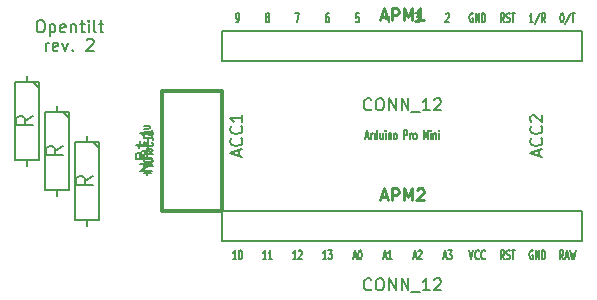
<source format=gto>
G04 (created by PCBNEW (2013-jul-07)-stable) date wo 20 nov 2013 00:02:11 CET*
%MOIN*%
G04 Gerber Fmt 3.4, Leading zero omitted, Abs format*
%FSLAX34Y34*%
G01*
G70*
G90*
G04 APERTURE LIST*
%ADD10C,0.00393701*%
%ADD11C,0.005*%
%ADD12C,0.008*%
%ADD13C,0.012*%
%ADD14C,0.00590551*%
%ADD15C,0.01*%
G04 APERTURE END LIST*
G54D10*
G54D11*
X10250Y-18611D02*
X10326Y-18611D01*
X10364Y-18630D01*
X10402Y-18669D01*
X10421Y-18745D01*
X10421Y-18878D01*
X10402Y-18954D01*
X10364Y-18992D01*
X10326Y-19011D01*
X10250Y-19011D01*
X10211Y-18992D01*
X10173Y-18954D01*
X10154Y-18878D01*
X10154Y-18745D01*
X10173Y-18669D01*
X10211Y-18630D01*
X10250Y-18611D01*
X10592Y-18745D02*
X10592Y-19145D01*
X10592Y-18764D02*
X10630Y-18745D01*
X10707Y-18745D01*
X10745Y-18764D01*
X10764Y-18783D01*
X10783Y-18821D01*
X10783Y-18935D01*
X10764Y-18973D01*
X10745Y-18992D01*
X10707Y-19011D01*
X10630Y-19011D01*
X10592Y-18992D01*
X11107Y-18992D02*
X11069Y-19011D01*
X10992Y-19011D01*
X10954Y-18992D01*
X10935Y-18954D01*
X10935Y-18802D01*
X10954Y-18764D01*
X10992Y-18745D01*
X11069Y-18745D01*
X11107Y-18764D01*
X11126Y-18802D01*
X11126Y-18840D01*
X10935Y-18878D01*
X11297Y-18745D02*
X11297Y-19011D01*
X11297Y-18783D02*
X11316Y-18764D01*
X11354Y-18745D01*
X11411Y-18745D01*
X11450Y-18764D01*
X11469Y-18802D01*
X11469Y-19011D01*
X11602Y-18745D02*
X11754Y-18745D01*
X11659Y-18611D02*
X11659Y-18954D01*
X11678Y-18992D01*
X11716Y-19011D01*
X11754Y-19011D01*
X11888Y-19011D02*
X11888Y-18745D01*
X11888Y-18611D02*
X11869Y-18630D01*
X11888Y-18650D01*
X11907Y-18630D01*
X11888Y-18611D01*
X11888Y-18650D01*
X12135Y-19011D02*
X12097Y-18992D01*
X12078Y-18954D01*
X12078Y-18611D01*
X12230Y-18745D02*
X12383Y-18745D01*
X12288Y-18611D02*
X12288Y-18954D01*
X12307Y-18992D01*
X12345Y-19011D01*
X12383Y-19011D01*
X10459Y-19621D02*
X10459Y-19355D01*
X10459Y-19431D02*
X10478Y-19393D01*
X10497Y-19374D01*
X10535Y-19355D01*
X10573Y-19355D01*
X10859Y-19602D02*
X10821Y-19621D01*
X10745Y-19621D01*
X10707Y-19602D01*
X10688Y-19564D01*
X10688Y-19412D01*
X10707Y-19374D01*
X10745Y-19355D01*
X10821Y-19355D01*
X10859Y-19374D01*
X10878Y-19412D01*
X10878Y-19450D01*
X10688Y-19488D01*
X11011Y-19355D02*
X11107Y-19621D01*
X11202Y-19355D01*
X11354Y-19583D02*
X11373Y-19602D01*
X11354Y-19621D01*
X11335Y-19602D01*
X11354Y-19583D01*
X11354Y-19621D01*
X11830Y-19260D02*
X11850Y-19240D01*
X11888Y-19221D01*
X11983Y-19221D01*
X12021Y-19240D01*
X12040Y-19260D01*
X12059Y-19298D01*
X12059Y-19336D01*
X12040Y-19393D01*
X11811Y-19621D01*
X12059Y-19621D01*
X13928Y-22135D02*
X13728Y-22135D01*
X13900Y-22135D02*
X13914Y-22145D01*
X13928Y-22164D01*
X13928Y-22192D01*
X13914Y-22211D01*
X13885Y-22221D01*
X13728Y-22221D01*
X13728Y-22430D02*
X13871Y-22364D01*
X13728Y-22316D02*
X14028Y-22316D01*
X14028Y-22392D01*
X14014Y-22411D01*
X14000Y-22421D01*
X13971Y-22430D01*
X13928Y-22430D01*
X13900Y-22421D01*
X13885Y-22411D01*
X13871Y-22392D01*
X13871Y-22316D01*
X13885Y-22583D02*
X13885Y-22516D01*
X13728Y-22516D02*
X14028Y-22516D01*
X14028Y-22611D01*
X14000Y-22678D02*
X14014Y-22688D01*
X14028Y-22707D01*
X14028Y-22754D01*
X14014Y-22773D01*
X14000Y-22783D01*
X13971Y-22792D01*
X13942Y-22792D01*
X13900Y-22783D01*
X13728Y-22669D01*
X13728Y-22792D01*
X13928Y-22964D02*
X13728Y-22964D01*
X14042Y-22916D02*
X13828Y-22869D01*
X13828Y-22992D01*
X13728Y-23164D02*
X13728Y-23069D01*
X14028Y-23069D01*
X14028Y-23269D02*
X14028Y-23288D01*
X14014Y-23307D01*
X14000Y-23316D01*
X13971Y-23326D01*
X13914Y-23335D01*
X13842Y-23335D01*
X13785Y-23326D01*
X13757Y-23316D01*
X13742Y-23307D01*
X13728Y-23288D01*
X13728Y-23269D01*
X13742Y-23250D01*
X13757Y-23240D01*
X13785Y-23230D01*
X13842Y-23221D01*
X13914Y-23221D01*
X13971Y-23230D01*
X14000Y-23240D01*
X14014Y-23250D01*
X14028Y-23269D01*
X13728Y-23526D02*
X13728Y-23411D01*
X13728Y-23469D02*
X14028Y-23469D01*
X13985Y-23450D01*
X13957Y-23430D01*
X13942Y-23411D01*
X13842Y-23611D02*
X13842Y-23764D01*
X13728Y-23688D02*
X13957Y-23688D01*
X21126Y-22485D02*
X21221Y-22485D01*
X21107Y-22571D02*
X21173Y-22271D01*
X21240Y-22571D01*
X21307Y-22571D02*
X21307Y-22371D01*
X21307Y-22428D02*
X21316Y-22400D01*
X21326Y-22385D01*
X21345Y-22371D01*
X21364Y-22371D01*
X21516Y-22571D02*
X21516Y-22271D01*
X21516Y-22557D02*
X21497Y-22571D01*
X21459Y-22571D01*
X21440Y-22557D01*
X21430Y-22542D01*
X21421Y-22514D01*
X21421Y-22428D01*
X21430Y-22400D01*
X21440Y-22385D01*
X21459Y-22371D01*
X21497Y-22371D01*
X21516Y-22385D01*
X21697Y-22371D02*
X21697Y-22571D01*
X21611Y-22371D02*
X21611Y-22528D01*
X21621Y-22557D01*
X21640Y-22571D01*
X21669Y-22571D01*
X21688Y-22557D01*
X21697Y-22542D01*
X21792Y-22571D02*
X21792Y-22371D01*
X21792Y-22271D02*
X21783Y-22285D01*
X21792Y-22300D01*
X21802Y-22285D01*
X21792Y-22271D01*
X21792Y-22300D01*
X21888Y-22371D02*
X21888Y-22571D01*
X21888Y-22400D02*
X21897Y-22385D01*
X21916Y-22371D01*
X21945Y-22371D01*
X21964Y-22385D01*
X21973Y-22414D01*
X21973Y-22571D01*
X22097Y-22571D02*
X22078Y-22557D01*
X22069Y-22542D01*
X22059Y-22514D01*
X22059Y-22428D01*
X22069Y-22400D01*
X22078Y-22385D01*
X22097Y-22371D01*
X22126Y-22371D01*
X22145Y-22385D01*
X22154Y-22400D01*
X22164Y-22428D01*
X22164Y-22514D01*
X22154Y-22542D01*
X22145Y-22557D01*
X22126Y-22571D01*
X22097Y-22571D01*
X22402Y-22571D02*
X22402Y-22271D01*
X22478Y-22271D01*
X22497Y-22285D01*
X22507Y-22300D01*
X22516Y-22328D01*
X22516Y-22371D01*
X22507Y-22400D01*
X22497Y-22414D01*
X22478Y-22428D01*
X22402Y-22428D01*
X22602Y-22571D02*
X22602Y-22371D01*
X22602Y-22428D02*
X22611Y-22400D01*
X22621Y-22385D01*
X22640Y-22371D01*
X22659Y-22371D01*
X22754Y-22571D02*
X22735Y-22557D01*
X22726Y-22542D01*
X22716Y-22514D01*
X22716Y-22428D01*
X22726Y-22400D01*
X22735Y-22385D01*
X22754Y-22371D01*
X22783Y-22371D01*
X22802Y-22385D01*
X22811Y-22400D01*
X22821Y-22428D01*
X22821Y-22514D01*
X22811Y-22542D01*
X22802Y-22557D01*
X22783Y-22571D01*
X22754Y-22571D01*
X23059Y-22571D02*
X23059Y-22271D01*
X23126Y-22485D01*
X23192Y-22271D01*
X23192Y-22571D01*
X23288Y-22571D02*
X23288Y-22371D01*
X23288Y-22271D02*
X23278Y-22285D01*
X23288Y-22300D01*
X23297Y-22285D01*
X23288Y-22271D01*
X23288Y-22300D01*
X23383Y-22371D02*
X23383Y-22571D01*
X23383Y-22400D02*
X23392Y-22385D01*
X23411Y-22371D01*
X23440Y-22371D01*
X23459Y-22385D01*
X23469Y-22414D01*
X23469Y-22571D01*
X23564Y-22571D02*
X23564Y-22371D01*
X23564Y-22271D02*
X23554Y-22285D01*
X23564Y-22300D01*
X23573Y-22285D01*
X23564Y-22271D01*
X23564Y-22300D01*
X27711Y-26571D02*
X27645Y-26428D01*
X27597Y-26571D02*
X27597Y-26271D01*
X27673Y-26271D01*
X27692Y-26285D01*
X27702Y-26300D01*
X27711Y-26328D01*
X27711Y-26371D01*
X27702Y-26400D01*
X27692Y-26414D01*
X27673Y-26428D01*
X27597Y-26428D01*
X27788Y-26485D02*
X27883Y-26485D01*
X27769Y-26571D02*
X27835Y-26271D01*
X27902Y-26571D01*
X27950Y-26271D02*
X27997Y-26571D01*
X28035Y-26357D01*
X28073Y-26571D01*
X28121Y-26271D01*
X26697Y-26285D02*
X26678Y-26271D01*
X26650Y-26271D01*
X26621Y-26285D01*
X26602Y-26314D01*
X26592Y-26342D01*
X26583Y-26400D01*
X26583Y-26442D01*
X26592Y-26500D01*
X26602Y-26528D01*
X26621Y-26557D01*
X26650Y-26571D01*
X26669Y-26571D01*
X26697Y-26557D01*
X26707Y-26542D01*
X26707Y-26442D01*
X26669Y-26442D01*
X26792Y-26571D02*
X26792Y-26271D01*
X26907Y-26571D01*
X26907Y-26271D01*
X27002Y-26571D02*
X27002Y-26271D01*
X27050Y-26271D01*
X27078Y-26285D01*
X27097Y-26314D01*
X27107Y-26342D01*
X27116Y-26400D01*
X27116Y-26442D01*
X27107Y-26500D01*
X27097Y-26528D01*
X27078Y-26557D01*
X27050Y-26571D01*
X27002Y-26571D01*
X25740Y-26571D02*
X25673Y-26428D01*
X25626Y-26571D02*
X25626Y-26271D01*
X25702Y-26271D01*
X25721Y-26285D01*
X25730Y-26300D01*
X25740Y-26328D01*
X25740Y-26371D01*
X25730Y-26400D01*
X25721Y-26414D01*
X25702Y-26428D01*
X25626Y-26428D01*
X25816Y-26557D02*
X25845Y-26571D01*
X25892Y-26571D01*
X25911Y-26557D01*
X25921Y-26542D01*
X25930Y-26514D01*
X25930Y-26485D01*
X25921Y-26457D01*
X25911Y-26442D01*
X25892Y-26428D01*
X25854Y-26414D01*
X25835Y-26400D01*
X25826Y-26385D01*
X25816Y-26357D01*
X25816Y-26328D01*
X25826Y-26300D01*
X25835Y-26285D01*
X25854Y-26271D01*
X25902Y-26271D01*
X25930Y-26285D01*
X25988Y-26271D02*
X26102Y-26271D01*
X26045Y-26571D02*
X26045Y-26271D01*
X24583Y-26271D02*
X24650Y-26571D01*
X24716Y-26271D01*
X24897Y-26542D02*
X24888Y-26557D01*
X24859Y-26571D01*
X24840Y-26571D01*
X24811Y-26557D01*
X24792Y-26528D01*
X24783Y-26500D01*
X24773Y-26442D01*
X24773Y-26400D01*
X24783Y-26342D01*
X24792Y-26314D01*
X24811Y-26285D01*
X24840Y-26271D01*
X24859Y-26271D01*
X24888Y-26285D01*
X24897Y-26300D01*
X25097Y-26542D02*
X25088Y-26557D01*
X25059Y-26571D01*
X25040Y-26571D01*
X25011Y-26557D01*
X24992Y-26528D01*
X24983Y-26500D01*
X24973Y-26442D01*
X24973Y-26400D01*
X24983Y-26342D01*
X24992Y-26314D01*
X25011Y-26285D01*
X25040Y-26271D01*
X25059Y-26271D01*
X25088Y-26285D01*
X25097Y-26300D01*
X23707Y-26485D02*
X23802Y-26485D01*
X23688Y-26571D02*
X23754Y-26271D01*
X23821Y-26571D01*
X23869Y-26271D02*
X23992Y-26271D01*
X23926Y-26385D01*
X23954Y-26385D01*
X23973Y-26400D01*
X23983Y-26414D01*
X23992Y-26442D01*
X23992Y-26514D01*
X23983Y-26542D01*
X23973Y-26557D01*
X23954Y-26571D01*
X23897Y-26571D01*
X23878Y-26557D01*
X23869Y-26542D01*
X22707Y-26485D02*
X22802Y-26485D01*
X22688Y-26571D02*
X22754Y-26271D01*
X22821Y-26571D01*
X22878Y-26300D02*
X22888Y-26285D01*
X22907Y-26271D01*
X22954Y-26271D01*
X22973Y-26285D01*
X22983Y-26300D01*
X22992Y-26328D01*
X22992Y-26357D01*
X22983Y-26400D01*
X22869Y-26571D01*
X22992Y-26571D01*
X21707Y-26485D02*
X21802Y-26485D01*
X21688Y-26571D02*
X21754Y-26271D01*
X21821Y-26571D01*
X21992Y-26571D02*
X21878Y-26571D01*
X21935Y-26571D02*
X21935Y-26271D01*
X21916Y-26314D01*
X21897Y-26342D01*
X21878Y-26357D01*
X20707Y-26485D02*
X20802Y-26485D01*
X20688Y-26571D02*
X20754Y-26271D01*
X20821Y-26571D01*
X20926Y-26271D02*
X20945Y-26271D01*
X20964Y-26285D01*
X20973Y-26300D01*
X20983Y-26328D01*
X20992Y-26385D01*
X20992Y-26457D01*
X20983Y-26514D01*
X20973Y-26542D01*
X20964Y-26557D01*
X20945Y-26571D01*
X20926Y-26571D01*
X20907Y-26557D01*
X20897Y-26542D01*
X20888Y-26514D01*
X20878Y-26457D01*
X20878Y-26385D01*
X20888Y-26328D01*
X20897Y-26300D01*
X20907Y-26285D01*
X20926Y-26271D01*
X19811Y-26571D02*
X19697Y-26571D01*
X19754Y-26571D02*
X19754Y-26271D01*
X19735Y-26314D01*
X19716Y-26342D01*
X19697Y-26357D01*
X19878Y-26271D02*
X20002Y-26271D01*
X19935Y-26385D01*
X19964Y-26385D01*
X19983Y-26400D01*
X19992Y-26414D01*
X20002Y-26442D01*
X20002Y-26514D01*
X19992Y-26542D01*
X19983Y-26557D01*
X19964Y-26571D01*
X19907Y-26571D01*
X19888Y-26557D01*
X19878Y-26542D01*
X18811Y-26571D02*
X18697Y-26571D01*
X18754Y-26571D02*
X18754Y-26271D01*
X18735Y-26314D01*
X18716Y-26342D01*
X18697Y-26357D01*
X18888Y-26300D02*
X18897Y-26285D01*
X18916Y-26271D01*
X18964Y-26271D01*
X18983Y-26285D01*
X18992Y-26300D01*
X19002Y-26328D01*
X19002Y-26357D01*
X18992Y-26400D01*
X18878Y-26571D01*
X19002Y-26571D01*
X17811Y-26571D02*
X17697Y-26571D01*
X17754Y-26571D02*
X17754Y-26271D01*
X17735Y-26314D01*
X17716Y-26342D01*
X17697Y-26357D01*
X18002Y-26571D02*
X17888Y-26571D01*
X17945Y-26571D02*
X17945Y-26271D01*
X17926Y-26314D01*
X17907Y-26342D01*
X17888Y-26357D01*
X16811Y-26571D02*
X16697Y-26571D01*
X16754Y-26571D02*
X16754Y-26271D01*
X16735Y-26314D01*
X16716Y-26342D01*
X16697Y-26357D01*
X16935Y-26271D02*
X16954Y-26271D01*
X16973Y-26285D01*
X16983Y-26300D01*
X16992Y-26328D01*
X17002Y-26385D01*
X17002Y-26457D01*
X16992Y-26514D01*
X16983Y-26542D01*
X16973Y-26557D01*
X16954Y-26571D01*
X16935Y-26571D01*
X16916Y-26557D01*
X16907Y-26542D01*
X16897Y-26514D01*
X16888Y-26457D01*
X16888Y-26385D01*
X16897Y-26328D01*
X16907Y-26300D01*
X16916Y-26285D01*
X16935Y-26271D01*
X27659Y-18371D02*
X27678Y-18371D01*
X27697Y-18385D01*
X27707Y-18400D01*
X27716Y-18428D01*
X27726Y-18485D01*
X27726Y-18557D01*
X27716Y-18614D01*
X27707Y-18642D01*
X27697Y-18657D01*
X27678Y-18671D01*
X27659Y-18671D01*
X27640Y-18657D01*
X27630Y-18642D01*
X27621Y-18614D01*
X27611Y-18557D01*
X27611Y-18485D01*
X27621Y-18428D01*
X27630Y-18400D01*
X27640Y-18385D01*
X27659Y-18371D01*
X27954Y-18357D02*
X27783Y-18742D01*
X27992Y-18371D02*
X28107Y-18371D01*
X28050Y-18671D02*
X28050Y-18371D01*
X26702Y-18671D02*
X26588Y-18671D01*
X26645Y-18671D02*
X26645Y-18371D01*
X26626Y-18414D01*
X26607Y-18442D01*
X26588Y-18457D01*
X26930Y-18357D02*
X26759Y-18742D01*
X27111Y-18671D02*
X27045Y-18528D01*
X26997Y-18671D02*
X26997Y-18371D01*
X27073Y-18371D01*
X27092Y-18385D01*
X27102Y-18400D01*
X27111Y-18428D01*
X27111Y-18471D01*
X27102Y-18500D01*
X27092Y-18514D01*
X27073Y-18528D01*
X26997Y-18528D01*
X25740Y-18671D02*
X25673Y-18528D01*
X25626Y-18671D02*
X25626Y-18371D01*
X25702Y-18371D01*
X25721Y-18385D01*
X25730Y-18400D01*
X25740Y-18428D01*
X25740Y-18471D01*
X25730Y-18500D01*
X25721Y-18514D01*
X25702Y-18528D01*
X25626Y-18528D01*
X25816Y-18657D02*
X25845Y-18671D01*
X25892Y-18671D01*
X25911Y-18657D01*
X25921Y-18642D01*
X25930Y-18614D01*
X25930Y-18585D01*
X25921Y-18557D01*
X25911Y-18542D01*
X25892Y-18528D01*
X25854Y-18514D01*
X25835Y-18500D01*
X25826Y-18485D01*
X25816Y-18457D01*
X25816Y-18428D01*
X25826Y-18400D01*
X25835Y-18385D01*
X25854Y-18371D01*
X25902Y-18371D01*
X25930Y-18385D01*
X25988Y-18371D02*
X26102Y-18371D01*
X26045Y-18671D02*
X26045Y-18371D01*
X24697Y-18385D02*
X24678Y-18371D01*
X24650Y-18371D01*
X24621Y-18385D01*
X24602Y-18414D01*
X24592Y-18442D01*
X24583Y-18500D01*
X24583Y-18542D01*
X24592Y-18600D01*
X24602Y-18628D01*
X24621Y-18657D01*
X24650Y-18671D01*
X24669Y-18671D01*
X24697Y-18657D01*
X24707Y-18642D01*
X24707Y-18542D01*
X24669Y-18542D01*
X24792Y-18671D02*
X24792Y-18371D01*
X24907Y-18671D01*
X24907Y-18371D01*
X25002Y-18671D02*
X25002Y-18371D01*
X25050Y-18371D01*
X25078Y-18385D01*
X25097Y-18414D01*
X25107Y-18442D01*
X25116Y-18500D01*
X25116Y-18542D01*
X25107Y-18600D01*
X25097Y-18628D01*
X25078Y-18657D01*
X25050Y-18671D01*
X25002Y-18671D01*
X23792Y-18400D02*
X23802Y-18385D01*
X23821Y-18371D01*
X23869Y-18371D01*
X23888Y-18385D01*
X23897Y-18400D01*
X23907Y-18428D01*
X23907Y-18457D01*
X23897Y-18500D01*
X23783Y-18671D01*
X23907Y-18671D01*
X22783Y-18371D02*
X22907Y-18371D01*
X22840Y-18485D01*
X22869Y-18485D01*
X22888Y-18500D01*
X22897Y-18514D01*
X22907Y-18542D01*
X22907Y-18614D01*
X22897Y-18642D01*
X22888Y-18657D01*
X22869Y-18671D01*
X22811Y-18671D01*
X22792Y-18657D01*
X22783Y-18642D01*
X21888Y-18471D02*
X21888Y-18671D01*
X21840Y-18357D02*
X21792Y-18571D01*
X21916Y-18571D01*
X20897Y-18371D02*
X20802Y-18371D01*
X20792Y-18514D01*
X20802Y-18500D01*
X20821Y-18485D01*
X20869Y-18485D01*
X20888Y-18500D01*
X20897Y-18514D01*
X20907Y-18542D01*
X20907Y-18614D01*
X20897Y-18642D01*
X20888Y-18657D01*
X20869Y-18671D01*
X20821Y-18671D01*
X20802Y-18657D01*
X20792Y-18642D01*
X19888Y-18371D02*
X19850Y-18371D01*
X19830Y-18385D01*
X19821Y-18400D01*
X19802Y-18442D01*
X19792Y-18500D01*
X19792Y-18614D01*
X19802Y-18642D01*
X19811Y-18657D01*
X19830Y-18671D01*
X19869Y-18671D01*
X19888Y-18657D01*
X19897Y-18642D01*
X19907Y-18614D01*
X19907Y-18542D01*
X19897Y-18514D01*
X19888Y-18500D01*
X19869Y-18485D01*
X19830Y-18485D01*
X19811Y-18500D01*
X19802Y-18514D01*
X19792Y-18542D01*
X18783Y-18371D02*
X18916Y-18371D01*
X18830Y-18671D01*
X17830Y-18500D02*
X17811Y-18485D01*
X17802Y-18471D01*
X17792Y-18442D01*
X17792Y-18428D01*
X17802Y-18400D01*
X17811Y-18385D01*
X17830Y-18371D01*
X17869Y-18371D01*
X17888Y-18385D01*
X17897Y-18400D01*
X17907Y-18428D01*
X17907Y-18442D01*
X17897Y-18471D01*
X17888Y-18485D01*
X17869Y-18500D01*
X17830Y-18500D01*
X17811Y-18514D01*
X17802Y-18528D01*
X17792Y-18557D01*
X17792Y-18614D01*
X17802Y-18642D01*
X17811Y-18657D01*
X17830Y-18671D01*
X17869Y-18671D01*
X17888Y-18657D01*
X17897Y-18642D01*
X17907Y-18614D01*
X17907Y-18557D01*
X17897Y-18528D01*
X17888Y-18514D01*
X17869Y-18500D01*
X16811Y-18671D02*
X16850Y-18671D01*
X16869Y-18657D01*
X16878Y-18642D01*
X16897Y-18600D01*
X16907Y-18542D01*
X16907Y-18428D01*
X16897Y-18400D01*
X16888Y-18385D01*
X16869Y-18371D01*
X16830Y-18371D01*
X16811Y-18385D01*
X16802Y-18400D01*
X16792Y-18428D01*
X16792Y-18500D01*
X16802Y-18528D01*
X16811Y-18542D01*
X16830Y-18557D01*
X16869Y-18557D01*
X16888Y-18542D01*
X16897Y-18528D01*
X16907Y-18500D01*
G54D12*
X9850Y-20450D02*
X9850Y-20650D01*
X9850Y-23450D02*
X9850Y-23250D01*
X9850Y-23250D02*
X10250Y-23250D01*
X10250Y-23250D02*
X10250Y-20650D01*
X10250Y-20650D02*
X9450Y-20650D01*
X9450Y-20650D02*
X9450Y-23250D01*
X9450Y-23250D02*
X9850Y-23250D01*
X10050Y-20650D02*
X10250Y-20850D01*
X10850Y-21450D02*
X10850Y-21650D01*
X10850Y-24450D02*
X10850Y-24250D01*
X10850Y-24250D02*
X11250Y-24250D01*
X11250Y-24250D02*
X11250Y-21650D01*
X11250Y-21650D02*
X10450Y-21650D01*
X10450Y-21650D02*
X10450Y-24250D01*
X10450Y-24250D02*
X10850Y-24250D01*
X11050Y-21650D02*
X11250Y-21850D01*
X11850Y-22450D02*
X11850Y-22650D01*
X11850Y-25450D02*
X11850Y-25250D01*
X11850Y-25250D02*
X12250Y-25250D01*
X12250Y-25250D02*
X12250Y-22650D01*
X12250Y-22650D02*
X11450Y-22650D01*
X11450Y-22650D02*
X11450Y-25250D01*
X11450Y-25250D02*
X11850Y-25250D01*
X12050Y-22650D02*
X12250Y-22850D01*
G54D13*
X14350Y-24950D02*
X14350Y-20950D01*
X14350Y-20950D02*
X16350Y-20950D01*
X16350Y-20950D02*
X16350Y-24950D01*
X16350Y-24950D02*
X14350Y-24950D01*
G54D14*
X28350Y-18950D02*
X28350Y-19950D01*
X28350Y-19950D02*
X16350Y-19950D01*
X16350Y-19950D02*
X16350Y-18950D01*
X16350Y-18950D02*
X28350Y-18950D01*
X28350Y-24950D02*
X28350Y-25950D01*
X28350Y-25950D02*
X16350Y-25950D01*
X16350Y-25950D02*
X16350Y-24950D01*
X16350Y-24950D02*
X28350Y-24950D01*
G54D12*
X10022Y-21795D02*
X9760Y-21961D01*
X10022Y-22080D02*
X9472Y-22080D01*
X9472Y-21890D01*
X9498Y-21842D01*
X9525Y-21819D01*
X9577Y-21795D01*
X9655Y-21795D01*
X9708Y-21819D01*
X9734Y-21842D01*
X9760Y-21890D01*
X9760Y-22080D01*
X11022Y-22795D02*
X10760Y-22961D01*
X11022Y-23080D02*
X10472Y-23080D01*
X10472Y-22890D01*
X10498Y-22842D01*
X10525Y-22819D01*
X10577Y-22795D01*
X10655Y-22795D01*
X10708Y-22819D01*
X10734Y-22842D01*
X10760Y-22890D01*
X10760Y-23080D01*
X12022Y-23795D02*
X11760Y-23961D01*
X12022Y-24080D02*
X11472Y-24080D01*
X11472Y-23890D01*
X11498Y-23842D01*
X11525Y-23819D01*
X11577Y-23795D01*
X11655Y-23795D01*
X11708Y-23819D01*
X11734Y-23842D01*
X11760Y-23890D01*
X11760Y-24080D01*
X14011Y-23626D02*
X13611Y-23626D01*
X14011Y-23397D01*
X13611Y-23397D01*
X14011Y-22978D02*
X13821Y-23111D01*
X14011Y-23207D02*
X13611Y-23207D01*
X13611Y-23054D01*
X13630Y-23016D01*
X13650Y-22997D01*
X13688Y-22978D01*
X13745Y-22978D01*
X13783Y-22997D01*
X13802Y-23016D01*
X13821Y-23054D01*
X13821Y-23207D01*
X13802Y-22673D02*
X13802Y-22807D01*
X14011Y-22807D02*
X13611Y-22807D01*
X13611Y-22616D01*
X14011Y-22254D02*
X14011Y-22483D01*
X14011Y-22369D02*
X13611Y-22369D01*
X13669Y-22407D01*
X13707Y-22445D01*
X13726Y-22483D01*
X13861Y-23245D02*
X13461Y-23245D01*
X13461Y-23092D01*
X13480Y-23054D01*
X13500Y-23035D01*
X13538Y-23016D01*
X13595Y-23016D01*
X13633Y-23035D01*
X13652Y-23054D01*
X13671Y-23092D01*
X13671Y-23245D01*
X13861Y-22635D02*
X13861Y-22864D01*
X13861Y-22749D02*
X13461Y-22749D01*
X13519Y-22788D01*
X13557Y-22826D01*
X13576Y-22864D01*
X16897Y-23135D02*
X16897Y-22945D01*
X17011Y-23173D02*
X16611Y-23040D01*
X17011Y-22907D01*
X16973Y-22545D02*
X16992Y-22564D01*
X17011Y-22621D01*
X17011Y-22659D01*
X16992Y-22716D01*
X16954Y-22754D01*
X16916Y-22773D01*
X16840Y-22792D01*
X16783Y-22792D01*
X16707Y-22773D01*
X16669Y-22754D01*
X16630Y-22716D01*
X16611Y-22659D01*
X16611Y-22621D01*
X16630Y-22564D01*
X16650Y-22545D01*
X16973Y-22145D02*
X16992Y-22164D01*
X17011Y-22221D01*
X17011Y-22259D01*
X16992Y-22316D01*
X16954Y-22354D01*
X16916Y-22373D01*
X16840Y-22392D01*
X16783Y-22392D01*
X16707Y-22373D01*
X16669Y-22354D01*
X16630Y-22316D01*
X16611Y-22259D01*
X16611Y-22221D01*
X16630Y-22164D01*
X16650Y-22145D01*
X17011Y-21764D02*
X17011Y-21992D01*
X17011Y-21878D02*
X16611Y-21878D01*
X16669Y-21916D01*
X16707Y-21954D01*
X16726Y-21992D01*
X26897Y-23135D02*
X26897Y-22945D01*
X27011Y-23173D02*
X26611Y-23040D01*
X27011Y-22907D01*
X26973Y-22545D02*
X26992Y-22564D01*
X27011Y-22621D01*
X27011Y-22659D01*
X26992Y-22716D01*
X26954Y-22754D01*
X26916Y-22773D01*
X26840Y-22792D01*
X26783Y-22792D01*
X26707Y-22773D01*
X26669Y-22754D01*
X26630Y-22716D01*
X26611Y-22659D01*
X26611Y-22621D01*
X26630Y-22564D01*
X26650Y-22545D01*
X26973Y-22145D02*
X26992Y-22164D01*
X27011Y-22221D01*
X27011Y-22259D01*
X26992Y-22316D01*
X26954Y-22354D01*
X26916Y-22373D01*
X26840Y-22392D01*
X26783Y-22392D01*
X26707Y-22373D01*
X26669Y-22354D01*
X26630Y-22316D01*
X26611Y-22259D01*
X26611Y-22221D01*
X26630Y-22164D01*
X26650Y-22145D01*
X26650Y-21992D02*
X26630Y-21973D01*
X26611Y-21935D01*
X26611Y-21840D01*
X26630Y-21802D01*
X26650Y-21783D01*
X26688Y-21764D01*
X26726Y-21764D01*
X26783Y-21783D01*
X27011Y-22011D01*
X27011Y-21764D01*
G54D15*
X21635Y-18497D02*
X21826Y-18497D01*
X21597Y-18611D02*
X21730Y-18211D01*
X21864Y-18611D01*
X21997Y-18611D02*
X21997Y-18211D01*
X22150Y-18211D01*
X22188Y-18230D01*
X22207Y-18250D01*
X22226Y-18288D01*
X22226Y-18345D01*
X22207Y-18383D01*
X22188Y-18402D01*
X22150Y-18421D01*
X21997Y-18421D01*
X22397Y-18611D02*
X22397Y-18211D01*
X22530Y-18497D01*
X22664Y-18211D01*
X22664Y-18611D01*
X23064Y-18611D02*
X22835Y-18611D01*
X22950Y-18611D02*
X22950Y-18211D01*
X22911Y-18269D01*
X22873Y-18307D01*
X22835Y-18326D01*
G54D12*
X21311Y-21573D02*
X21292Y-21592D01*
X21235Y-21611D01*
X21197Y-21611D01*
X21140Y-21592D01*
X21102Y-21554D01*
X21083Y-21516D01*
X21064Y-21440D01*
X21064Y-21383D01*
X21083Y-21307D01*
X21102Y-21269D01*
X21140Y-21230D01*
X21197Y-21211D01*
X21235Y-21211D01*
X21292Y-21230D01*
X21311Y-21250D01*
X21559Y-21211D02*
X21635Y-21211D01*
X21673Y-21230D01*
X21711Y-21269D01*
X21730Y-21345D01*
X21730Y-21478D01*
X21711Y-21554D01*
X21673Y-21592D01*
X21635Y-21611D01*
X21559Y-21611D01*
X21521Y-21592D01*
X21483Y-21554D01*
X21464Y-21478D01*
X21464Y-21345D01*
X21483Y-21269D01*
X21521Y-21230D01*
X21559Y-21211D01*
X21902Y-21611D02*
X21902Y-21211D01*
X22130Y-21611D01*
X22130Y-21211D01*
X22321Y-21611D02*
X22321Y-21211D01*
X22550Y-21611D01*
X22550Y-21211D01*
X22645Y-21650D02*
X22950Y-21650D01*
X23254Y-21611D02*
X23026Y-21611D01*
X23140Y-21611D02*
X23140Y-21211D01*
X23102Y-21269D01*
X23064Y-21307D01*
X23026Y-21326D01*
X23407Y-21250D02*
X23426Y-21230D01*
X23464Y-21211D01*
X23559Y-21211D01*
X23597Y-21230D01*
X23616Y-21250D01*
X23635Y-21288D01*
X23635Y-21326D01*
X23616Y-21383D01*
X23388Y-21611D01*
X23635Y-21611D01*
G54D15*
X21635Y-24497D02*
X21826Y-24497D01*
X21597Y-24611D02*
X21730Y-24211D01*
X21864Y-24611D01*
X21997Y-24611D02*
X21997Y-24211D01*
X22150Y-24211D01*
X22188Y-24230D01*
X22207Y-24250D01*
X22226Y-24288D01*
X22226Y-24345D01*
X22207Y-24383D01*
X22188Y-24402D01*
X22150Y-24421D01*
X21997Y-24421D01*
X22397Y-24611D02*
X22397Y-24211D01*
X22530Y-24497D01*
X22664Y-24211D01*
X22664Y-24611D01*
X22835Y-24250D02*
X22854Y-24230D01*
X22892Y-24211D01*
X22988Y-24211D01*
X23026Y-24230D01*
X23045Y-24250D01*
X23064Y-24288D01*
X23064Y-24326D01*
X23045Y-24383D01*
X22816Y-24611D01*
X23064Y-24611D01*
G54D12*
X21311Y-27573D02*
X21292Y-27592D01*
X21235Y-27611D01*
X21197Y-27611D01*
X21140Y-27592D01*
X21102Y-27554D01*
X21083Y-27516D01*
X21064Y-27440D01*
X21064Y-27383D01*
X21083Y-27307D01*
X21102Y-27269D01*
X21140Y-27230D01*
X21197Y-27211D01*
X21235Y-27211D01*
X21292Y-27230D01*
X21311Y-27250D01*
X21559Y-27211D02*
X21635Y-27211D01*
X21673Y-27230D01*
X21711Y-27269D01*
X21730Y-27345D01*
X21730Y-27478D01*
X21711Y-27554D01*
X21673Y-27592D01*
X21635Y-27611D01*
X21559Y-27611D01*
X21521Y-27592D01*
X21483Y-27554D01*
X21464Y-27478D01*
X21464Y-27345D01*
X21483Y-27269D01*
X21521Y-27230D01*
X21559Y-27211D01*
X21902Y-27611D02*
X21902Y-27211D01*
X22130Y-27611D01*
X22130Y-27211D01*
X22321Y-27611D02*
X22321Y-27211D01*
X22550Y-27611D01*
X22550Y-27211D01*
X22645Y-27650D02*
X22950Y-27650D01*
X23254Y-27611D02*
X23026Y-27611D01*
X23140Y-27611D02*
X23140Y-27211D01*
X23102Y-27269D01*
X23064Y-27307D01*
X23026Y-27326D01*
X23407Y-27250D02*
X23426Y-27230D01*
X23464Y-27211D01*
X23559Y-27211D01*
X23597Y-27230D01*
X23616Y-27250D01*
X23635Y-27288D01*
X23635Y-27326D01*
X23616Y-27383D01*
X23388Y-27611D01*
X23635Y-27611D01*
M02*

</source>
